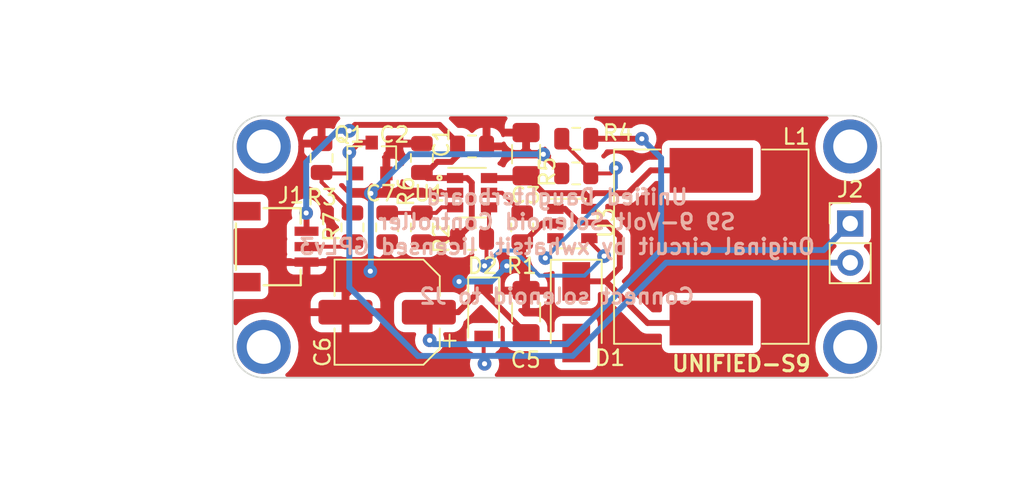
<source format=kicad_pcb>
(kicad_pcb (version 20221018) (generator pcbnew)
  (layers (0 "F.Cu" signal) (31 "B.Cu" signal) (34 "B.Paste" user) (35 "F.Paste" user) (36 "B.SilkS" user "B.Silkscreen") (37 "F.SilkS" user "F.Silkscreen") (38 "B.Mask" user) (39 "F.Mask" user) (44 "Edge.Cuts" user))
  (net 0 "")
  (net 1 "GND")
  (net 2 "+5V")
  (net 3 "/+5V_Gated")
  (net 4 "+9V")
  (net 5 "/SW")
  (net 6 "Net-(D2-Pad2)")
  (net 7 "Net-(R1-Pad2)")
  (net 8 "Net-(R2-Pad2)")
  (net 9 "Net-(R4-Pad2)")
  (net 10 "SIGNAL")
  (net 11 "Net-(MH1-Pad1)")
  (net 12 "Net-(MH2-Pad1)")
  (net 13 "Net-(MH3-Pad1)")
  (net 14 "Net-(MH4-Pad1)")
  (net 15 "ENABLE")
  (net 16 "Net-(Q1-Pad1)")
  (footprint "Capacitor_SMD:C_0805_2012Metric" (layer "F.Cu") (at 185.5 111)
    (fp_text reference "C1" (at -1.985 -0.256 270) (layer "F.SilkS"))
    (fp_text value "1uF")
    (fp_line (start -0.258578 -0.71) (end 0.258578 -0.71) (stroke (width 0.12)) (layer "F.SilkS"))
    (fp_line (start -0.258578 0.71) (end 0.258578 0.71) (stroke (width 0.12)) (layer "F.SilkS"))
    (pad "1" smd roundrect (at -0.9375 0) (size 0.975 1.4) (layers "F.Cu" "F.Paste" "F.Mask") (net 2 "+5V"))
    (pad "2" smd roundrect (at 0.9375 0) (size 0.975 1.4) (layers "F.Cu" "F.Paste" "F.Mask") (net 1 "GND"))
  )
  (footprint "Capacitor_SMD:C_0805_2012Metric" (layer "F.Cu") (at 182.25 111.75 90)
    (fp_text reference "C2" (at 1.514 -1.783) (layer "F.SilkS"))
    (fp_text value "0.1uF")
    (fp_line (start -0.258578 -0.71) (end 0.258578 -0.71) (stroke (width 0.12)) (layer "F.SilkS"))
    (fp_line (start -0.258578 0.71) (end 0.258578 0.71) (stroke (width 0.12)) (layer "F.SilkS"))
    (pad "1" smd roundrect (at -0.9375 0 90) (size 0.975 1.4) (layers "F.Cu" "F.Paste" "F.Mask") (net 2 "+5V"))
    (pad "2" smd roundrect (at 0.9375 0 90) (size 0.975 1.4) (layers "F.Cu" "F.Paste" "F.Mask") (net 1 "GND"))
  )
  (footprint "Capacitor_SMD:C_1206_3216Metric" (layer "F.Cu") (at 189 121.75 90)
    (fp_text reference "C5" (at -3.091 -0.024 180) (layer "F.SilkS"))
    (fp_text value "22uF")
    (fp_line (start -0.602064 -0.91) (end 0.602064 -0.91) (stroke (width 0.12)) (layer "F.SilkS"))
    (fp_line (start -0.602064 0.91) (end 0.602064 0.91) (stroke (width 0.12)) (layer "F.SilkS"))
    (pad "1" smd roundrect (at -1.4 0 90) (size 1.25 1.75) (layers "F.Cu" "F.Paste" "F.Mask") (roundrect_rratio 0.2) (net 4 "+9V"))
    (pad "2" smd roundrect (at 1.4 0 90) (size 1.25 1.75) (layers "F.Cu" "F.Paste" "F.Mask") (roundrect_rratio 0.2) (net 1 "GND"))
  )
  (footprint "Capacitor_SMD:CP_Elec_6.3x7.7" (layer "F.Cu") (at 180 121.75 180)
    (fp_text reference "C6" (at 4.188 -2.583 90) (layer "F.SilkS"))
    (fp_text value "220uF")
    (fp_line (start -4.4375 -1.8475) (end -3.65 -1.8475) (stroke (width 0.12)) (layer "F.SilkS"))
    (fp_line (start -4.04375 -2.24125) (end -4.04375 -1.45375) (stroke (width 0.12)) (layer "F.SilkS"))
    (fp_line (start -3.41 -2.345563) (end -3.41 -1.06) (stroke (width 0.12)) (layer "F.SilkS"))
    (fp_line (start -3.41 -2.345563) (end -2.345563 -3.41) (stroke (width 0.12)) (layer "F.SilkS"))
    (fp_line (start -3.41 2.345563) (end -3.41 1.06) (stroke (width 0.12)) (layer "F.SilkS"))
    (fp_line (start -3.41 2.345563) (end -2.345563 3.41) (stroke (width 0.12)) (layer "F.SilkS"))
    (fp_line (start -2.345563 -3.41) (end 3.41 -3.41) (stroke (width 0.12)) (layer "F.SilkS"))
    (fp_line (start -2.345563 3.41) (end 3.41 3.41) (stroke (width 0.12)) (layer "F.SilkS"))
    (fp_line (start 3.41 -3.41) (end 3.41 -1.06) (stroke (width 0.12)) (layer "F.SilkS"))
    (fp_line (start 3.41 3.41) (end 3.41 1.06) (stroke (width 0.12)) (layer "F.SilkS"))
    (pad "1" smd roundrect (at -2.7 0 180) (size 3.5 1.6) (layers "F.Cu" "F.Paste" "F.Mask") (roundrect_rratio 0.15625) (net 4 "+9V"))
    (pad "2" smd roundrect (at 2.7 0 180) (size 3.5 1.6) (layers "F.Cu" "F.Paste" "F.Mask") (roundrect_rratio 0.15625) (net 1 "GND"))
  )
  (footprint "Connector_PinHeader_2.54mm:PinHeader_1x02_P2.54mm_Vertical" (layer "F.Cu") (at 210 116)
    (fp_text reference "J2" (at 0 -2.208) (layer "F.SilkS"))
    (fp_text value "SOLENOID")
    (fp_line (start -1.33 -1.33) (end 0 -1.33) (stroke (width 0.12)) (layer "F.SilkS"))
    (fp_line (start -1.33 0) (end -1.33 -1.33) (stroke (width 0.12)) (layer "F.SilkS"))
    (fp_line (start -1.33 1.27) (end -1.33 3.87) (stroke (width 0.12)) (layer "F.SilkS"))
    (fp_line (start -1.33 1.27) (end 1.33 1.27) (stroke (width 0.12)) (layer "F.SilkS"))
    (fp_line (start -1.33 3.87) (end 1.33 3.87) (stroke (width 0.12)) (layer "F.SilkS"))
    (fp_line (start 1.33 1.27) (end 1.33 3.87) (stroke (width 0.12)) (layer "F.SilkS"))
    (pad "1" thru_hole rect (at 0 0) (size 1.7 1.7) (drill 1) (layers "*.Cu" "*.Mask") (net 4 "+9V"))
    (pad "2" thru_hole oval (at 0 2.54) (size 1.7 1.7) (drill 1) (layers "*.Cu" "*.Mask") (net 6 "Net-(D2-Pad2)"))
  )
  (footprint "Inductor_SMD:L_12x12mm_H6mm" (layer "F.Cu") (at 201 117.5 -90)
    (fp_text reference "L1" (at -7.137 -5.502 180) (layer "F.SilkS"))
    (fp_text value "22uH")
    (fp_line (start -6.3 -6.3) (end 6.3 -6.3) (stroke (width 0.12)) (layer "F.SilkS"))
    (fp_line (start -6.3 -3.3) (end -6.3 -6.3) (stroke (width 0.12)) (layer "F.SilkS"))
    (fp_line (start -6.3 6.3) (end -6.3 3.3) (stroke (width 0.12)) (layer "F.SilkS"))
    (fp_line (start 6.3 -6.3) (end 6.3 -3.3) (stroke (width 0.12)) (layer "F.SilkS"))
    (fp_line (start 6.3 3.3) (end 6.3 6.3) (stroke (width 0.12)) (layer "F.SilkS"))
    (fp_line (start 6.3 6.3) (end -6.3 6.3) (stroke (width 0.12)) (layer "F.SilkS"))
    (pad "1" smd rect (at -4.95 0 270) (size 2.9 5.4) (layers "F.Cu" "F.Paste" "F.Mask") (net 3 "/+5V_Gated"))
    (pad "2" smd rect (at 4.95 0 270) (size 2.9 5.4) (layers "F.Cu" "F.Paste" "F.Mask") (net 5 "/SW"))
  )
  (footprint "Resistor_SMD:R_0805_2012Metric" (layer "F.Cu") (at 185.5 117)
    (fp_text reference "R2" (at -1.985 -0.033 90) (layer "F.SilkS"))
    (fp_text value "100K")
    (fp_line (start -0.258578 -0.71) (end 0.258578 -0.71) (stroke (width 0.12)) (layer "F.SilkS"))
    (fp_line (start -0.258578 0.71) (end 0.258578 0.71) (stroke (width 0.12)) (layer "F.SilkS"))
    (pad "1" smd roundrect (at -0.9375 0) (size 0.975 1.4) (layers "F.Cu" "F.Paste" "F.Mask") (net 2 "+5V"))
    (pad "2" smd roundrect (at 0.9375 0) (size 0.975 1.4) (layers "F.Cu" "F.Paste" "F.Mask") (net 8 "Net-(R2-Pad2)"))
  )
  (footprint "Resistor_SMD:R_0805_2012Metric" (layer "F.Cu") (at 192.25 110.5 180)
    (fp_text reference "R4" (at -2.695 0.391) (layer "F.SilkS"))
    (fp_text value "100K")
    (fp_line (start -0.258578 -0.71) (end 0.258578 -0.71) (stroke (width 0.12)) (layer "F.SilkS"))
    (fp_line (start -0.258578 0.71) (end 0.258578 0.71) (stroke (width 0.12)) (layer "F.SilkS"))
    (pad "1" smd roundrect (at -0.9375 0 180) (size 0.975 1.4) (layers "F.Cu" "F.Paste" "F.Mask") (net 4 "+9V"))
    (pad "2" smd roundrect (at 0.9375 0 180) (size 0.975 1.4) (layers "F.Cu" "F.Paste" "F.Mask") (net 9 "Net-(R4-Pad2)"))
  )
  (footprint "Package_TO_SOT_SMD:SOT-23-6" (layer "F.Cu") (at 185.5 114)
    (fp_text reference "U1" (at -2.747 0.046) (layer "F.SilkS"))
    (fp_text value "MIC2009A-1")
    (fp_line (start -0.9 1.61) (end 0.9 1.61) (stroke (width 0.12)) (layer "F.SilkS"))
    (fp_line (start 0.9 -1.61) (end -1.55 -1.61) (stroke (width 0.12)) (layer "F.SilkS"))
    (pad "1" smd rect (at -1.1 -0.95) (size 1.06 0.65) (layers "F.Cu" "F.Paste" "F.Mask") (net 2 "+5V"))
    (pad "2" smd rect (at -1.1 0) (size 1.06 0.65) (layers "F.Cu" "F.Paste" "F.Mask") (net 1 "GND"))
    (pad "3" smd rect (at -1.1 0.95) (size 1.06 0.65) (layers "F.Cu" "F.Paste" "F.Mask") (net 15 "ENABLE"))
    (pad "4" smd rect (at 1.1 0.95) (size 1.06 0.65) (layers "F.Cu" "F.Paste" "F.Mask") (net 8 "Net-(R2-Pad2)"))
    (pad "5" smd rect (at 1.1 0) (size 1.06 0.65) (layers "F.Cu" "F.Paste" "F.Mask") (net 7 "Net-(R1-Pad2)"))
    (pad "6" smd rect (at 1.1 -0.95) (size 1.06 0.65) (layers "F.Cu" "F.Paste" "F.Mask") (net 3 "/+5V_Gated"))
  )
  (footprint "Package_TO_SOT_SMD:SOT-23-5" (layer "F.Cu") (at 192 116)
    (fp_text reference "U3" (at 2.183 -0.049 90) (layer "F.SilkS"))
    (fp_text value "MIC2250-2")
    (fp_line (start -0.9 1.61) (end 0.9 1.61) (stroke (width 0.12)) (layer "F.SilkS"))
    (fp_line (start 0.9 -1.61) (end -1.55 -1.61) (stroke (width 0.12)) (layer "F.SilkS"))
    (pad "1" smd rect (at -1.1 -0.95) (size 1.06 0.65) (layers "F.Cu" "F.Paste" "F.Mask") (net 5 "/SW"))
    (pad "2" smd rect (at -1.1 0) (size 1.06 0.65) (layers "F.Cu" "F.Paste" "F.Mask") (net 1 "GND"))
    (pad "3" smd rect (at -1.1 0.95) (size 1.06 0.65) (layers "F.Cu" "F.Paste" "F.Mask") (net 9 "Net-(R4-Pad2)"))
    (pad "4" smd rect (at 1.1 0.95) (size 1.06 0.65) (layers "F.Cu" "F.Paste" "F.Mask") (net 8 "Net-(R2-Pad2)"))
    (pad "5" smd rect (at 1.1 -0.95) (size 1.06 0.65) (layers "F.Cu" "F.Paste" "F.Mask") (net 3 "/+5V_Gated"))
  )
  (footprint "Resistor_SMD:R_0805_2012Metric" (layer "F.Cu") (at 188.75 116.25 90)
    (fp_text reference "R1" (at -2.495 -0.028 180) (layer "F.SilkS"))
    (fp_text value "470")
    (fp_line (start -0.258578 -0.71) (end 0.258578 -0.71) (stroke (width 0.12)) (layer "F.SilkS"))
    (fp_line (start -0.258578 0.71) (end 0.258578 0.71) (stroke (width 0.12)) (layer "F.SilkS"))
    (pad "1" smd roundrect (at -0.9375 0 90) (size 0.975 1.4) (layers "F.Cu" "F.Paste" "F.Mask") (net 1 "GND"))
    (pad "2" smd roundrect (at 0.9375 0 90) (size 0.975 1.4) (layers "F.Cu" "F.Paste" "F.Mask") (net 7 "Net-(R1-Pad2)"))
  )
  (footprint "Capacitor_SMD:C_1206_3216Metric" (layer "F.Cu") (at 189 111.5 90)
    (fp_text reference "C3" (at -2.673 -0.024) (layer "F.SilkS"))
    (fp_text value "22uF")
    (fp_line (start -0.602064 -0.91) (end 0.602064 -0.91) (stroke (width 0.12)) (layer "F.SilkS"))
    (fp_line (start -0.602064 0.91) (end 0.602064 0.91) (stroke (width 0.12)) (layer "F.SilkS"))
    (pad "1" smd roundrect (at -1.4 0 90) (size 1.25 1.75) (layers "F.Cu" "F.Paste" "F.Mask") (roundrect_rratio 0.2) (net 3 "/+5V_Gated"))
    (pad "2" smd roundrect (at 1.4 0 90) (size 1.25 1.75) (layers "F.Cu" "F.Paste" "F.Mask") (roundrect_rratio 0.2) (net 1 "GND"))
  )
  (footprint "Diode_SMD:D_SMA" (layer "F.Cu") (at 192.25 121.75 -90)
    (fp_text reference "D1" (at 2.964 -2.187 180) (layer "F.SilkS"))
    (fp_text value "B220A")
    (fp_line (start -3.4 -1.65) (end -3.4 1.65) (stroke (width 0.12)) (layer "F.SilkS"))
    (fp_line (start -3.4 -1.65) (end 2 -1.65) (stroke (width 0.12)) (layer "F.SilkS"))
    (fp_line (start -3.4 1.65) (end 2 1.65) (stroke (width 0.12)) (layer "F.SilkS"))
    (pad "1" smd rect (at -2 0 270) (size 2.5 1.8) (layers "F.Cu" "F.Paste" "F.Mask") (net 5 "/SW"))
    (pad "2" smd rect (at 2 0 270) (size 2.5 1.8) (layers "F.Cu" "F.Paste" "F.Mask") (net 4 "+9V"))
  )
  (footprint "random-keyboard-parts:Generic-Mounthole" (layer "F.Cu") (at 172 124)
    (fp_text reference "MH2")
    (fp_text value "Conn_01x01")
    (pad "1" thru_hole circle (at 0 0) (size 3.5 3.5) (drill 2.2) (layers "*.Cu" "*.Mask") (net 12 "Net-(MH2-Pad1)"))
  )
  (footprint "random-keyboard-parts:Generic-Mounthole" (layer "F.Cu") (at 210 111)
    (fp_text reference "MH3")
    (fp_text value "Conn_01x01")
    (pad "1" thru_hole circle (at 0 0) (size 3.5 3.5) (drill 2.2) (layers "*.Cu" "*.Mask") (net 13 "Net-(MH3-Pad1)"))
  )
  (footprint "random-keyboard-parts:Generic-Mounthole" (layer "F.Cu") (at 210 124)
    (fp_text reference "MH4")
    (fp_text value "Conn_01x01")
    (pad "1" thru_hole circle (at 0 0) (size 3.5 3.5) (drill 2.2) (layers "*.Cu" "*.Mask") (net 14 "Net-(MH4-Pad1)"))
  )
  (footprint "Resistor_SMD:R_0805_2012Metric" (layer "F.Cu") (at 192.25 112.75 180)
    (fp_text reference "R5" (at 1.877 0.101 90) (layer "F.SilkS"))
    (fp_text value "16K")
    (fp_line (start -0.258578 -0.71) (end 0.258578 -0.71) (stroke (width 0.12)) (layer "F.SilkS"))
    (fp_line (start -0.258578 0.71) (end 0.258578 0.71) (stroke (width 0.12)) (layer "F.SilkS"))
    (pad "1" smd roundrect (at -0.9375 0 180) (size 0.975 1.4) (layers "F.Cu" "F.Paste" "F.Mask") (net 9 "Net-(R4-Pad2)"))
    (pad "2" smd roundrect (at 0.9375 0 180) (size 0.975 1.4) (layers "F.Cu" "F.Paste" "F.Mask") (net 1 "GND"))
  )
  (footprint "Capacitor_SMD:C_0805_2012Metric" (layer "F.Cu") (at 180 116.25 -90)
    (fp_text reference "C7" (at -2.204 0.422 180) (layer "F.SilkS"))
    (fp_text value "10uF")
    (fp_line (start -0.258578 -0.71) (end 0.258578 -0.71) (stroke (width 0.12)) (layer "F.SilkS"))
    (fp_line (start -0.258578 0.71) (end 0.258578 0.71) (stroke (width 0.12)) (layer "F.SilkS"))
    (pad "1" smd roundrect (at -0.9375 0 270) (size 0.975 1.4) (layers "F.Cu" "F.Paste" "F.Mask") (net 15 "ENABLE"))
    (pad "2" smd roundrect (at 0.9375 0 270) (size 0.975 1.4) (layers "F.Cu" "F.Paste" "F.Mask") (net 1 "GND"))
  )
  (footprint "Resistor_SMD:R_0805_2012Metric" (layer "F.Cu") (at 175.75 111.75 -90)
    (fp_text reference "R3" (at 2.55 -0.018 180) (layer "F.SilkS"))
    (fp_text value "100K")
    (fp_line (start -0.258578 -0.71) (end 0.258578 -0.71) (stroke (width 0.12)) (layer "F.SilkS"))
    (fp_line (start -0.258578 0.71) (end 0.258578 0.71) (stroke (width 0.12)) (layer "F.SilkS"))
    (pad "1" smd roundrect (at -0.9375 0 270) (size 0.975 1.4) (layers "F.Cu" "F.Paste" "F.Mask") (net 1 "GND"))
    (pad "2" smd roundrect (at 0.9375 0 270) (size 0.975 1.4) (layers "F.Cu" "F.Paste" "F.Mask") (net 16 "Net-(Q1-Pad1)"))
  )
  (footprint "Resistor_SMD:R_0805_2012Metric" (layer "F.Cu") (at 177.75 116.25 -90)
    (fp_text reference "R7" (at -0.045 1.347 90) (layer "F.SilkS"))
    (fp_text value "100")
    (fp_line (start -0.258578 -0.71) (end 0.258578 -0.71) (stroke (width 0.12)) (layer "F.SilkS"))
    (fp_line (start -0.258578 0.71) (end 0.258578 0.71) (stroke (width 0.12)) (layer "F.SilkS"))
    (pad "1" smd roundrect (at -0.9375 0 270) (size 0.975 1.4) (layers "F.Cu" "F.Paste" "F.Mask") (net 16 "Net-(Q1-Pad1)"))
    (pad "2" smd roundrect (at 0.9375 0 270) (size 0.975 1.4) (layers "F.Cu" "F.Paste" "F.Mask") (net 10 "SIGNAL"))
  )
  (footprint "Package_TO_SOT_SMD:SOT-23" (layer "F.Cu") (at 179 111.75 90)
    (fp_text reference "Q1" (at 1.514 -1.454 180) (layer "F.SilkS"))
    (fp_text value "AO3400")
    (fp_line (start 0.76 -1.58) (end -1.4 -1.58) (stroke (width 0.12)) (layer "F.SilkS"))
    (fp_line (start 0.76 -1.58) (end 0.76 -0.65) (stroke (width 0.12)) (layer "F.SilkS"))
    (fp_line (start 0.76 1.58) (end -0.7 1.58) (stroke (width 0.12)) (layer "F.SilkS"))
    (fp_line (start 0.76 1.58) (end 0.76 0.65) (stroke (width 0.12)) (layer "F.SilkS"))
    (pad "1" smd rect (at -1 -0.95 90) (size 0.9 0.8) (layers "F.Cu" "F.Paste" "F.Mask") (net 16 "Net-(Q1-Pad1)"))
    (pad "2" smd rect (at -1 0.95 90) (size 0.9 0.8) (layers "F.Cu" "F.Paste" "F.Mask") (net 1 "GND"))
    (pad "3" smd rect (at 1 0 90) (size 0.9 0.8) (layers "F.Cu" "F.Paste" "F.Mask") (net 6 "Net-(D2-Pad2)"))
  )
  (footprint "random-keyboard-parts:Generic-Mounthole" (layer "F.Cu") (at 172 111)
    (fp_text reference "MH1")
    (fp_text value "Conn_01x01")
    (pad "1" thru_hole circle (at 0 0) (size 3.5 3.5) (drill 2.2) (layers "*.Cu" "*.Mask") (net 11 "Net-(MH1-Pad1)"))
  )
  (footprint "random-keyboard-parts:JST-SR-3" (layer "F.Cu") (at 170 117.5 -90)
    (fp_text reference "J1" (at -3.327 -3.759 180) (layer "F.SilkS"))
    (fp_text value "Conn_01x03")
    (fp_line (start -2.5 -4.4) (end -1.5 -4.4) (stroke (width 0.15)) (layer "F.SilkS"))
    (fp_line (start -2.5 -2) (end -2.5 -4.4) (stroke (width 0.15)) (layer "F.SilkS"))
    (fp_line (start 1.5 -4.4) (end 2.5 -4.4) (stroke (width 0.15)) (layer "F.SilkS"))
    (fp_line (start 1.5 -0.2) (end -1.5 -0.2) (stroke (width 0.15)) (layer "F.SilkS"))
    (fp_line (start 2.5 -4.4) (end 2.5 -2) (stroke (width 0.15)) (layer "F.SilkS"))
    (pad "" smd rect (at -2.3 -0.9 270) (size 1.2 1.8) (layers "F.Cu" "F.Paste" "F.Mask"))
    (pad "" smd rect (at 2.3 -0.9 270) (size 1.2 1.8) (layers "F.Cu" "F.Paste" "F.Mask"))
    (pad "1" smd rect (at -1 -4.775 270) (size 0.6 1.55) (layers "F.Cu" "F.Paste" "F.Mask") (net 2 "+5V"))
    (pad "2" smd rect (at 0 -4.775 270) (size 0.6 1.55) (layers "F.Cu" "F.Paste" "F.Mask") (net 10 "SIGNAL"))
    (pad "3" smd rect (at 1 -4.775 270) (size 0.6 1.55) (layers "F.Cu" "F.Paste" "F.Mask") (net 1 "GND"))
  )
  (footprint "Resistor_SMD:R_0805_2012Metric" (layer "F.Cu") (at 182.25 116.25 -90)
    (fp_text reference "R6" (at -2.331 1.021 90) (layer "F.SilkS"))
    (fp_text value "270k")
    (fp_line (start -0.258578 -0.71) (end 0.258578 -0.71) (stroke (width 0.12)) (layer "F.SilkS"))
    (fp_line (start -0.258578 0.71) (end 0.258578 0.71) (stroke (width 0.12)) (layer "F.SilkS"))
    (pad "1" smd roundrect (at -0.9375 0 270) (size 0.975 1.4) (layers "F.Cu" "F.Paste" "F.Mask") (net 15 "ENABLE"))
    (pad "2" smd roundrect (at 0.9375 0 270) (size 0.975 1.4) (layers "F.Cu" "F.Paste" "F.Mask") (net 2 "+5V"))
  )
  (footprint "Diode_SMD:D_SOD-123" (layer "F.Cu") (at 186.25 121.75 -90)
    (fp_text reference "D2" (at -3.005 0.068 180) (layer "F.SilkS"))
    (fp_text value "RB060T")
    (fp_line (start -2.25 -1) (end -2.25 1) (stroke (width 0.12)) (layer "F.SilkS"))
    (fp_line (start -2.25 -1) (end 1.65 -1) (stroke (width 0.12)) (layer "F.SilkS"))
    (fp_line (start -2.25 1) (end 1.65 1) (stroke (width 0.12)) (layer "F.SilkS"))
    (pad "1" smd rect (at -1.65 0 270) (size 0.9 1.2) (layers "F.Cu" "F.Paste" "F.Mask") (net 4 "+9V"))
    (pad "2" smd rect (at 1.65 0 270) (size 0.9 1.2) (layers "F.Cu" "F.Paste" "F.Mask") (net 6 "Net-(D2-Pad2)"))
  )
  (gr_circle (center 183.388 113.03) (end 183.388 112.903) (stroke (width 0.15)) (fill none) (layer "F.SilkS"))
  (gr_arc (start 172 126) (mid 170.585786 125.414214) (end 170 124) (stroke (width 0.1)) (layer "Edge.Cuts"))
  (gr_arc (start 210 109) (mid 211.414214 109.585786) (end 212 111) (stroke (width 0.1)) (layer "Edge.Cuts"))
  (gr_arc (start 212 124) (mid 211.414214 125.414214) (end 210 126) (stroke (width 0.1)) (layer "Edge.Cuts"))
  (gr_line (start 170 111) (end 170 124) (stroke (width 0.1)) (layer "Edge.Cuts"))
  (gr_line (start 172 126) (end 210 126) (stroke (width 0.1)) (layer "Edge.Cuts"))
  (gr_line (start 212 124) (end 212 111) (stroke (width 0.1)) (layer "Edge.Cuts"))
  (gr_arc (start 170 111) (mid 170.585786 109.585786) (end 172 109) (stroke (width 0.1)) (layer "Edge.Cuts"))
  (gr_line (start 210 109) (end 172 109) (stroke (width 0.1)) (layer "Edge.Cuts"))
  (gr_text "Unified Daughterboard\nS9 9-Volt Solenoid Controller\nOriginal circuit by xwhatsit, licensed GPLv3\n\nConnect solenoid to J2" (at 191 117.5) (layer "B.SilkS") (effects (font (size 1 1) (thickness 0.2)) (justify mirror)))
  (gr_text "UNIFIED-S9" (at 202.946 125.095) (layer "F.SilkS") (effects (font (size 1 1) (thickness 0.2))))
  (segment (start 188.25 118.75) (end 188.75 119.25) (width 0.381) (layer "F.Cu") (net 1))
  (segment (start 187.454 111) (end 186.4375 111) (width 0.381) (layer "F.Cu") (net 1))
  (segment (start 180 118) (end 180 117.1875) (width 0.381) (layer "F.Cu") (net 1))
  (segment (start 189 111.149) (end 189.357 111.506) (width 0.381) (layer "F.Cu") (net 1))
  (segment (start 174.775 118.5) (end 173.364 118.5) (width 0.381) (layer "F.Cu") (net 1))
  (segment (start 177.3 121.75) (end 177.3 120.7) (width 0.381) (layer "F.Cu") (net 1))
  (segment (start 187.75 118.75) (end 188.25 118.75) (width 0.381) (layer "F.Cu") (net 1))
  (segment (start 188.792 120.142) (end 189 120.35) (width 0.381) (layer "F.Cu") (net 1))
  (segment (start 179.578 114.046) (end 179.451 114.046) (width 0.381) (layer "F.Cu") (net 1))
  (segment (start 188.75 117.1875) (end 188.75 118.25) (width 0.381) (layer "F.Cu") (net 1))
  (segment (start 178.943 114.046) (end 179.451 114.046) (width 0.381) (layer "F.Cu") (net 1))
  (segment (start 174.62 110.8125) (end 175.75 110.8125) (width 0.381) (layer "F.Cu") (net 1))
  (segment (start 191.3125 112.75) (end 191.3125 112.6995) (width 0.381) (layer "F.Cu") (net 1))
  (segment (start 174.4345 110.998) (end 174.62 110.8125) (width 0.381) (layer "F.Cu") (net 1))
  (segment (start 177.3 120.7) (end 178.9085 119.0915) (width 0.381) (layer "F.Cu") (net 1))
  (segment (start 174.836 121.75) (end 174.244 121.158) (width 0.381) (layer "F.Cu") (net 1))
  (segment (start 174.4345 113.0935) (end 174.4345 110.998) (width 0.381) (layer "F.Cu") (net 1))
  (segment (start 180.6525 110.8125) (end 179.95 111.515) (width 0.381) (layer "F.Cu") (net 1))
  (segment (start 174.244 120.65) (end 174.775 120.119) (width 0.381) (layer "F.Cu") (net 1))
  (segment (start 179.95 113.674) (end 179.578 114.046) (width 0.381) (layer "F.Cu") (net 1))
  (segment (start 184.658 119.761) (end 181.761 119.761) (width 0.381) (layer "F.Cu") (net 1))
  (segment (start 178.9085 119.0915) (end 180 118) (width 0.381) (layer "F.Cu") (net 1))
  (segment (start 179.95 111.515) (end 179.95 112.75) (width 0.381) (layer "F.Cu") (net 1))
  (segment (start 189.357 111.506) (end 190.119 111.506) (width 0.381) (layer "F.Cu") (net 1))
  (segment (start 177.3 121.75) (end 174.836 121.75) (width 0.381) (layer "F.Cu") (net 1))
  (segment (start 191.3125 112.6995) (end 190.119 111.506) (width 0.381) (layer "F.Cu") (net 1))
  (segment (start 174.244 121.158) (end 174.244 120.65) (width 0.381) (layer "F.Cu") (net 1))
  (segment (start 180.322 114.046) (end 179.95 113.674) (width 0.381) (layer "F.Cu") (net 1))
  (segment (start 181.761 119.761) (end 180 118) (width 0.381) (layer "F.Cu") (net 1))
  (segment (start 182.25 110.8125) (end 180.6525 110.8125) (width 0.381) (layer "F.Cu") (net 1))
  (segment (start 172.847 117.983) (end 172.847 114.681) (width 0.381) (layer "F.Cu") (net 1))
  (segment (start 181.102 114.046) (end 184.354 114.046) (width 0.381) (layer "F.Cu") (net 1))
  (segment (start 172.847 114.681) (end 174.4345 113.0935) (width 0.381) (layer "F.Cu") (net 1))
  (segment (start 190.9 116) (end 190.054 116) (width 0.381) (layer "F.Cu") (net 1))
  (segment (start 184.354 114.046) (end 184.4 114) (width 0.381) (layer "F.Cu") (net 1))
  (segment (start 188.75 118.25) (end 188.25 118.75) (width 0.381) (layer "F.Cu") (net 1))
  (segment (start 188.75 120.1) (end 189 120.35) (width 0.381) (layer "F.Cu") (net 1))
  (segment (start 187.96 111.506) (end 187.454 111) (width 0.381) (layer "F.Cu") (net 1))
  (segment (start 188.75 119.25) (end 188.75 120.1) (width 0.381) (layer "F.Cu") (net 1))
  (segment (start 188.643 111.506) (end 187.96 111.506) (width 0.381) (layer "F.Cu") (net 1))
  (segment (start 173.364 118.5) (end 172.847 117.983) (width 0.381) (layer "F.Cu") (net 1))
  (segment (start 179.95 112.75) (end 179.95 113.674) (width 0.381) (layer "F.Cu") (net 1))
  (segment (start 174.775 120.119) (end 174.775 118.5) (width 0.381) (layer "F.Cu") (net 1))
  (segment (start 188.8665 117.1875) (end 188.75 117.1875) (width 0.381) (layer "F.Cu") (net 1))
  (segment (start 189 110.1) (end 189 111.149) (width 0.381) (layer "F.Cu") (net 1))
  (segment (start 189 111.149) (end 188.643 111.506) (width 0.381) (layer "F.Cu") (net 1))
  (segment (start 181.102 114.046) (end 180.322 114.046) (width 0.381) (layer "F.Cu") (net 1))
  (segment (start 190.054 116) (end 188.8665 117.1875) (width 0.381) (layer "F.Cu") (net 1))
  (via (at 187.75 118.75) (size 0.889) (drill 0.3302) (layers "F.Cu" "B.Cu") (net 1))
  (via (at 178.943 114.046) (size 0.889) (drill 0.3302) (layers "F.Cu" "B.Cu") (net 1))
  (via (at 190.119 111.506) (size 0.889) (drill 0.3302) (layers "F.Cu" "B.Cu") (net 1))
  (via (at 184.658 119.761) (size 0.889) (drill 0.3302) (layers "F.Cu" "B.Cu") (net 1))
  (via (at 178.9085 119.0915) (size 0.889) (drill 0.3302) (layers "F.Cu" "B.Cu") (net 1))
  (segment (start 181.483 111.506) (end 178.943 114.046) (width 0.381) (layer "B.Cu") (net 1))
  (segment (start 186.739 119.761) (end 187.75 118.75) (width 0.381) (layer "B.Cu") (net 1))
  (segment (start 178.943 119.057) (end 178.9085 119.0915) (width 0.381) (layer "B.Cu") (net 1))
  (segment (start 184.658 119.761) (end 186.739 119.761) (width 0.381) (layer "B.Cu") (net 1))
  (segment (start 178.943 114.046) (end 178.943 119.057) (width 0.381) (layer "B.Cu") (net 1))
  (segment (start 190.119 111.506) (end 181.483 111.506) (width 0.381) (layer "B.Cu") (net 1))
  (segment (start 185.186 113.05) (end 184.4 113.05) (width 0.381) (layer "F.Cu") (net 2))
  (segment (start 184.1625 112.0015) (end 183.2485 112.0015) (width 0.381) (layer "F.Cu") (net 2))
  (segment (start 174.775 115.339) (end 174.752 115.316) (width 0.381) (layer "F.Cu") (net 2))
  (segment (start 184.5625 117) (end 182.4375 117) (width 0.381) (layer "F.Cu") (net 2))
  (segment (start 185.4835 116.0165) (end 185.4835 113.3475) (width 0.381) (layer "F.Cu") (net 2))
  (segment (start 177.927 109.601) (end 177.546 109.982) (width 0.381) (layer "F.Cu") (net 2))
  (segment (start 184.5625 110.7755) (end 183.388 109.601) (width 0.381) (layer "F.Cu") (net 2))
  (segment (start 184.5625 117) (end 184.5625 116.9375) (width 0.381) (layer "F.Cu") (net 2))
  (segment (start 182.6125 113.05) (end 182.25 112.6875) (width 0.381) (layer "F.Cu") (net 2))
  (segment (start 182.4375 117) (end 182.25 117.1875) (width 0.381) (layer "F.Cu") (net 2))
  (segment (start 183.388 109.601) (end 180.721 109.601) (width 0.381) (layer "F.Cu") (net 2))
  (segment (start 182.5625 112.6875) (end 183.2485 112.0015) (width 0.381) (layer "F.Cu") (net 2))
  (segment (start 184.5625 111.6015) (end 184.1625 112.0015) (width 0.381) (layer "F.Cu") (net 2))
  (segment (start 182.25 112.6875) (end 182.5625 112.6875) (width 0.381) (layer "F.Cu") (net 2))
  (segment (start 184.5625 111) (end 184.5625 110.7755) (width 0.381) (layer "F.Cu") (net 2))
  (segment (start 185.4835 113.3475) (end 185.186 113.05) (width 0.381) (layer "F.Cu") (net 2))
  (segment (start 184.5625 111) (end 184.5625 111.6015) (width 0.381) (layer "F.Cu") (net 2))
  (segment (start 184.5625 116.9375) (end 185.4835 116.0165) (width 0.381) (layer "F.Cu") (net 2))
  (segment (start 184.5625 111) (end 184.533 111) (width 0.381) (layer "F.Cu") (net 2))
  (segment (start 174.775 116.5) (end 174.775 115.339) (width 0.381) (layer "F.Cu") (net 2))
  (segment (start 180.721 109.601) (end 177.927 109.601) (width 0.381) (layer "F.Cu") (net 2))
  (segment (start 184.4 113.05) (end 182.6125 113.05) (width 0.381) (layer "F.Cu") (net 2))
  (via (at 177.546 109.982) (size 0.889) (drill 0.3302) (layers "F.Cu" "B.Cu") (net 2))
  (via (at 174.752 115.316) (size 0.889) (drill 0.3302) (layers "F.Cu" "B.Cu") (net 2))
  (segment (start 174.752 112.014) (end 176.784 109.982) (width 0.381) (layer "B.Cu") (net 2))
  (segment (start 176.784 109.982) (end 177.546 109.982) (width 0.381) (layer "B.Cu") (net 2))
  (segment (start 174.752 115.316) (end 174.752 112.014) (width 0.381) (layer "B.Cu") (net 2))
  (segment (start 201 112.55) (end 197.076 112.55) (width 0.381) (layer "F.Cu") (net 3))
  (segment (start 192.786 114.03) (end 190.13 114.03) (width 0.381) (layer "F.Cu") (net 3))
  (segment (start 195.596 114.03) (end 193.414 114.03) (width 0.381) (layer "F.Cu") (net 3))
  (segment (start 197.076 112.55) (end 195.596 114.03) (width 0.381) (layer "F.Cu") (net 3))
  (segment (start 193.414 114.03) (end 193.1 114.344) (width 0.381) (layer "F.Cu") (net 3))
  (segment (start 190.13 114.03) (end 189 112.9) (width 0.381) (layer "F.Cu") (net 3))
  (segment (start 193.1 114.344) (end 192.786 114.03) (width 0.381) (layer "F.Cu") (net 3))
  (segment (start 188.85 113.05) (end 189 112.9) (width 0.381) (layer "F.Cu") (net 3))
  (segment (start 193.1 115.05) (end 193.1 114.344) (width 0.381) (layer "F.Cu") (net 3))
  (segment (start 186.6 113.05) (end 188.85 113.05) (width 0.381) (layer "F.Cu") (net 3))
  (segment (start 186.25 120.1) (end 186.25 120.4) (width 0.381) (layer "F.Cu") (net 4))
  (segment (start 192.25 123.75) (end 189.6 123.75) (width 0.381) (layer "F.Cu") (net 4))
  (segment (start 194.32 110.5) (end 194.701 110.5) (width 0.381) (layer "F.Cu") (net 4))
  (segment (start 195.316 110.5) (end 196.5 110.5) (width 0.381) (layer "F.Cu") (net 4))
  (segment (start 182.7 121.75) (end 184.6 121.75) (width 0.381) (layer "F.Cu") (net 4))
  (segment (start 189.6 123.75) (end 189 123.15) (width 0.381) (layer "F.Cu") (net 4))
  (segment (start 182.753 123.571) (end 182.753 121.803) (width 0.381) (layer "F.Cu") (net 4))
  (segment (start 194.701 110.5) (end 195.316 110.5) (width 0.381) (layer "F.Cu") (net 4))
  (segment (start 182.753 121.803) (end 182.7 121.75) (width 0.381) (layer "F.Cu") (net 4))
  (segment (start 193.1875 110.5) (end 194.32 110.5) (width 0.381) (layer "F.Cu") (net 4))
  (segment (start 184.6 121.75) (end 186.25 120.1) (width 0.381) (layer "F.Cu") (net 4))
  (segment (start 186.25 120.4) (end 189 123.15) (width 0.381) (layer "F.Cu") (net 4))
  (via (at 182.753 123.571) (size 0.889) (drill 0.3302) (layers "F.Cu" "B.Cu") (net 4))
  (via (at 196.5 110.5) (size 0.889) (drill 0.3302) (layers "F.Cu" "B.Cu") (net 4))
  (segment (start 197.75 117.718) (end 208.282 117.718) (width 0.381) (layer "B.Cu") (net 4))
  (segment (start 197.75 111.75) (end 197.75 117.718) (width 0.381) (layer "B.Cu") (net 4))
  (segment (start 191.643 123.825) (end 183.007 123.825) (width 0.381) (layer "B.Cu") (net 4))
  (segment (start 197.75 117.718) (end 191.643 123.825) (width 0.381) (layer "B.Cu") (net 4))
  (segment (start 196.5 110.5) (end 197.75 111.75) (width 0.381) (layer "B.Cu") (net 4))
  (segment (start 183.007 123.825) (end 182.753 123.571) (width 0.381) (layer "B.Cu") (net 4))
  (segment (start 208.282 117.718) (end 210 116) (width 0.381) (layer "B.Cu") (net 4))
  (segment (start 191.52 115.05) (end 192.405 115.935) (width 0.381) (layer "F.Cu") (net 5))
  (segment (start 194.183 115.935) (end 194.183 115.951) (width 0.381) (layer "F.Cu") (net 5))
  (segment (start 194.183 115.951) (end 195.072 116.84) (width 0.381) (layer "F.Cu") (net 5))
  (segment (start 192.25 119.75) (end 194.172 119.75) (width 0.381) (layer "F.Cu") (net 5))
  (segment (start 195.072 118.85) (end 194.172 119.75) (width 0.381) (layer "F.Cu") (net 5))
  (segment (start 201 122.45) (end 196.872 122.45) (width 0.381) (layer "F.Cu") (net 5))
  (segment (start 196.872 122.45) (end 194.172 119.75) (width 0.381) (layer "F.Cu") (net 5))
  (segment (start 195.072 116.84) (end 195.072 118.85) (width 0.381) (layer "F.Cu") (net 5))
  (segment (start 190.9 115.05) (end 191.52 115.05) (width 0.381) (layer "F.Cu") (net 5))
  (segment (start 192.405 115.935) (end 194.183 115.935) (width 0.381) (layer "F.Cu") (net 5))
  (segment (start 186.25 123.4) (end 186.25 125.036) (width 0.254) (layer "F.Cu") (net 6))
  (segment (start 186.25 125.036) (end 186.309 125.095) (width 0.254) (layer "F.Cu") (net 6))
  (segment (start 178.175 110.75) (end 177.546 111.379) (width 0.381) (layer "F.Cu") (net 6))
  (segment (start 179 110.75) (end 178.175 110.75) (width 0.381) (layer "F.Cu") (net 6))
  (via (at 177.546 111.379) (size 0.889) (drill 0.3302) (layers "F.Cu" "B.Cu") (net 6))
  (via (at 186.309 125.095) (size 0.889) (drill 0.3302) (layers "F.Cu" "B.Cu") (net 6))
  (segment (start 198.071 118.54) (end 210 118.54) (width 0.381) (layer "B.Cu") (net 6))
  (segment (start 192.024 124.587) (end 198.071 118.54) (width 0.381) (layer "B.Cu") (net 6))
  (segment (start 181.991 124.587) (end 186.182 124.587) (width 0.381) (layer "B.Cu") (net 6))
  (segment (start 177.546 120.142) (end 181.991 124.587) (width 0.381) (layer "B.Cu") (net 6))
  (segment (start 186.182 124.587) (end 192.024 124.587) (width 0.381) (layer "B.Cu") (net 6))
  (segment (start 186.309 125.095) (end 186.182 124.968) (width 0.254) (layer "B.Cu") (net 6))
  (segment (start 186.182 124.968) (end 186.182 124.587) (width 0.254) (layer "B.Cu") (net 6))
  (segment (start 177.546 111.379) (end 177.546 120.142) (width 0.381) (layer "B.Cu") (net 6))
  (segment (start 186.6 114) (end 187.4375 114) (width 0.254) (layer "F.Cu") (net 7))
  (segment (start 187.4375 114) (end 188.75 115.3125) (width 0.254) (layer "F.Cu") (net 7))
  (segment (start 186.4375 118.6165) (end 186.309 118.745) (width 0.254) (layer "F.Cu") (net 8))
  (segment (start 193.1 117.154) (end 194.056 118.11) (width 0.254) (layer "F.Cu") (net 8))
  (segment (start 193.1 116.95) (end 193.1 117.154) (width 0.254) (layer "F.Cu") (net 8))
  (segment (start 186.6 114.95) (end 186.6 116.8375) (width 0.254) (layer "F.Cu") (net 8))
  (segment (start 186.6 116.8375) (end 186.4375 117) (width 0.254) (layer "F.Cu") (net 8))
  (segment (start 186.4375 117) (end 186.4375 118.6165) (width 0.254) (layer "F.Cu") (net 8))
  (via (at 194.056 118.11) (size 0.889) (drill 0.3302) (layers "F.Cu" "B.Cu") (net 8))
  (via (at 186.309 118.745) (size 0.889) (drill 0.3302) (layers "F.Cu" "B.Cu") (net 8))
  (segment (start 187.304 117.75) (end 188.235 117.75) (width 0.254) (layer "B.Cu") (net 8))
  (segment (start 188.235 117.75) (end 189.865 119.38) (width 0.254) (layer "B.Cu") (net 8))
  (segment (start 192.786 119.38) (end 194.056 118.11) (width 0.254) (layer "B.Cu") (net 8))
  (segment (start 186.309 118.745) (end 187.304 117.75) (width 0.254) (layer "B.Cu") (net 8))
  (segment (start 189.865 119.38) (end 192.786 119.38) (width 0.254) (layer "B.Cu") (net 8))
  (segment (start 191.3125 110.6515) (end 193.1875 112.5265) (width 0.254) (layer "F.Cu") (net 9))
  (segment (start 191.3125 110.5) (end 191.3125 110.6515) (width 0.254) (layer "F.Cu") (net 9))
  (segment (start 193.1875 112.75) (end 194.463 112.75) (width 0.254) (layer "F.Cu") (net 9))
  (segment (start 194.463 112.75) (end 194.818 112.395) (width 0.254) (layer "F.Cu") (net 9))
  (segment (start 193.1875 112.5265) (end 193.1875 112.75) (width 0.254) (layer "F.Cu") (net 9))
  (segment (start 190.9 117.583) (end 190.246 118.237) (width 0.254) (layer "F.Cu") (net 9))
  (segment (start 190.9 116.95) (end 190.9 117.583) (width 0.254) (layer "F.Cu") (net 9))
  (via (at 194.818 112.395) (size 0.889) (drill 0.3302) (layers "F.Cu" "B.Cu") (net 9))
  (via (at 190.246 118.237) (size 0.889) (drill 0.3302) (layers "F.Cu" "B.Cu") (net 9))
  (segment (start 194.818 112.395) (end 194.818 113.665) (width 0.254) (layer "B.Cu") (net 9))
  (segment (start 194.818 113.665) (end 190.246 118.237) (width 0.254) (layer "B.Cu") (net 9))
  (segment (start 177.4375 117.5) (end 177.75 117.1875) (width 0.254) (layer "F.Cu") (net 10))
  (segment (start 174.775 117.5) (end 177.4375 117.5) (width 0.254) (layer "F.Cu") (net 10))
  (segment (start 182.25 115.3125) (end 183.1675 115.3125) (width 0.254) (layer "F.Cu") (net 15))
  (segment (start 180 115.3125) (end 182.25 115.3125) (width 0.254) (layer "F.Cu") (net 15))
  (segment (start 184.4 114.95) (end 183.53 114.95) (width 0.254) (layer "F.Cu") (net 15))
  (segment (start 183.1675 115.3125) (end 183.53 114.95) (width 0.254) (layer "F.Cu") (net 15))
  (segment (start 178.05 112.75) (end 175.8125 112.75) (width 0.254) (layer "F.Cu") (net 16))
  (segment (start 175.75 112.6875) (end 175.75 113.3125) (width 0.254) (layer "F.Cu") (net 16))
  (segment (start 175.75 113.3125) (end 177.75 115.3125) (width 0.254) (layer "F.Cu") (net 16))
  (segment (start 175.8125 112.75) (end 175.75 112.6875) (width 0.254) (layer "F.Cu") (net 16))
  (zone (net 1) (net_name "GND") (layer "F.Cu") (connect_pads (clearance 0.5)) (min_thickness 0.254) (fill yes (thermal_gap 0.508) (thermal_bridge_width 0.508))
    (polygon (pts (xy 169 108) (xy 213 108) (xy 212.5 127) (xy 169 127)))
  )
)
</source>
